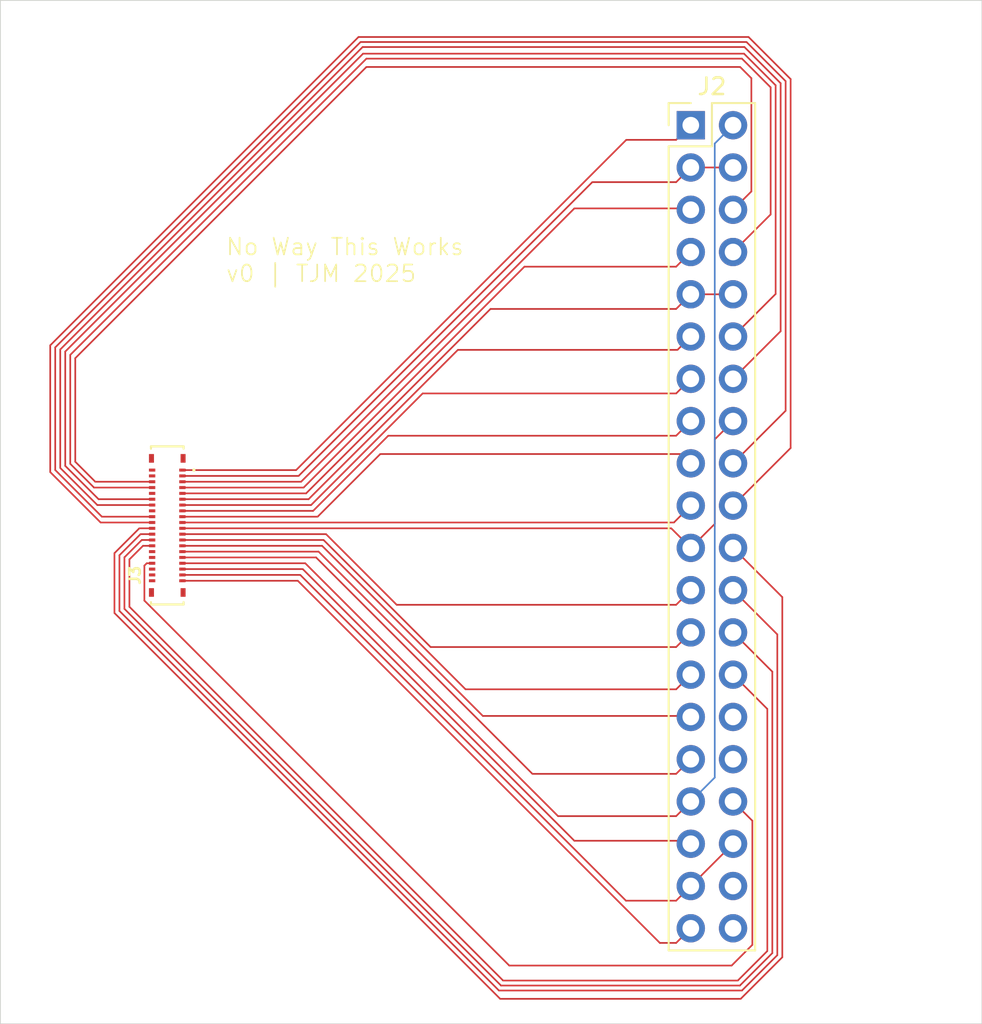
<source format=kicad_pcb>
(kicad_pcb (version 20241229) (generator "pcbnew") (generator_version "9.0")
  (layers (0 "F.Cu" signal) (2 "B.Cu" signal) (13 "F.Paste" user) (15 "B.Paste" user) (5 "F.SilkS" user "F.Silkscreen") (7 "B.SilkS" user "B.Silkscreen") (1 "F.Mask" user) (3 "B.Mask" user) (25 "Edge.Cuts" user))
  (net 0 "")
  (net 1 "/MVDD")
  (net 2 "/CLK_P")
  (net 3 "/GPIO")
  (net 4 "/VREF3")
  (net 5 "/MVSS")
  (net 6 "/RESET")
  (net 7 "/SDA")
  (net 8 "/SCL")
  (net 9 "/DATAP0")
  (net 10 "/ELVDD")
  (net 11 "/VGSP")
  (net 12 "/DATAP3")
  (net 13 "/EN_EXT_VDD")
  (net 14 "/AVDD")
  (net 15 "/RL_SEL")
  (net 16 "/VGMP")
  (net 17 "/VCOM")
  (net 18 "/CLK_N")
  (net 19 "/DATAN3")
  (net 20 "/AVEE")
  (net 21 "/DATAN0")
  (net 22 "/OCP_OUT")
  (net 23 "/DATAN2")
  (net 24 "/IM_0")
  (net 25 "/VREF1")
  (net 26 "/AVSS")
  (net 27 "/EN_AOI")
  (net 28 "/DATAP1")
  (net 29 "/VREF2")
  (net 30 "/OCP_VDD2")
  (net 31 "/DATAP2")
  (net 32 "/DATAN1")
  (net 33 "/VDD")
  (net 34 "/VDDI")
  (footprint "bacon:HRS_BM23PF0.8-40DS-0.35V_51_" (layer "F.Cu") (at 122.03 87.05 90)
    (property "Reference" "J3" (at -3 -1.94 90) (layer "F.SilkS") (effects (font (size 0.629921 0.629921))))
    (property "Value" "BM23PF0.8-40DP-0.35V_51_")
    (fp_line (start 4.75 -0.98) (end 4.61 -0.98) (stroke (width 0.127)) (layer "F.SilkS"))
    (fp_line (start 4.75 -0.98) (end 4.75 0.98) (stroke (width 0.127)) (layer "F.SilkS"))
    (fp_line (start -4.61 -0.98) (end -4.75 -0.98) (stroke (width 0.127)) (layer "F.SilkS"))
    (fp_line (start 4.75 0.98) (end 4.61 0.98) (stroke (width 0.127)) (layer "F.SilkS"))
    (fp_line (start -4.75 0.98) (end -4.75 -0.98) (stroke (width 0.127)) (layer "F.SilkS"))
    (fp_line (start -4.75 0.98) (end -4.61 0.98) (stroke (width 0.127)) (layer "F.SilkS"))
    (fp_circle (center 3.325 1.6) (end 3.375 1.6) (stroke (width 0.1)) (fill no) (layer "F.SilkS"))
    (pad "1" smd rect (at 3.325 0.91 90) (size 0.18 0.38) (layers "F.Cu" "F.Paste") (net 10 "/ELVDD"))
    (pad "2" smd rect (at 3.325 -0.91 90) (size 0.18 0.38) (layers "F.Cu" "F.Paste") (net 17 "/VCOM"))
    (pad "3" smd rect (at 2.975 0.91 90) (size 0.18 0.38) (layers "F.Cu" "F.Paste") (net 5 "/MVSS"))
    (pad "4" smd rect (at 2.975 -0.91 90) (size 0.18 0.38) (layers "F.Cu" "F.Paste") (net 5 "/MVSS"))
    (pad "5" smd rect (at 2.625 0.91 90) (size 0.18 0.38) (layers "F.Cu" "F.Paste") (net 18 "/CLK_N"))
    (pad "6" smd rect (at 2.625 -0.91 90) (size 0.18 0.38) (layers "F.Cu" "F.Paste") (net 28 "/DATAP1"))
    (pad "7" smd rect (at 2.275 0.91 90) (size 0.18 0.38) (layers "F.Cu" "F.Paste") (net 2 "/CLK_P"))
    (pad "8" smd rect (at 2.275 -0.91 90) (size 0.18 0.38) (layers "F.Cu" "F.Paste") (net 32 "/DATAN1"))
    (pad "9" smd rect (at 1.925 0.91 90) (size 0.18 0.38) (layers "F.Cu" "F.Paste") (net 5 "/MVSS"))
    (pad "10" smd rect (at 1.925 -0.91 90) (size 0.18 0.38) (layers "F.Cu" "F.Paste") (net 5 "/MVSS"))
    (pad "11" smd rect (at 1.575 0.91 90) (size 0.18 0.38) (layers "F.Cu" "F.Paste") (net 21 "/DATAN0"))
    (pad "12" smd rect (at 1.575 -0.91 90) (size 0.18 0.38) (layers "F.Cu" "F.Paste") (net 31 "/DATAP2"))
    (pad "13" smd rect (at 1.225 0.91 90) (size 0.18 0.38) (layers "F.Cu" "F.Paste") (net 9 "/DATAP0"))
    (pad "14" smd rect (at 1.225 -0.91 90) (size 0.18 0.38) (layers "F.Cu" "F.Paste") (net 23 "/DATAN2"))
    (pad "15" smd rect (at 0.875 0.91 90) (size 0.18 0.38) (layers "F.Cu" "F.Paste") (net 5 "/MVSS"))
    (pad "16" smd rect (at 0.875 -0.91 90) (size 0.18 0.38) (layers "F.Cu" "F.Paste") (net 13 "/EN_EXT_VDD"))
    (pad "17" smd rect (at 0.525 0.91 90) (size 0.18 0.38) (layers "F.Cu" "F.Paste") (net 19 "/DATAN3"))
    (pad "18" smd rect (at 0.525 -0.91 90) (size 0.18 0.38) (layers "F.Cu" "F.Paste") (net 25 "/VREF1"))
    (pad "19" smd rect (at 0.175 0.91 90) (size 0.18 0.38) (layers "F.Cu" "F.Paste") (net 12 "/DATAP3"))
    (pad "20" smd rect (at 0.175 -0.91 90) (size 0.18 0.38) (layers "F.Cu" "F.Paste") (net 11 "/VGSP"))
    (pad "21" smd rect (at -0.175 0.91 90) (size 0.18 0.38) (layers "F.Cu" "F.Paste") (net 13 "/EN_EXT_VDD"))
    (pad "22" smd rect (at -0.175 -0.91 90) (size 0.18 0.38) (layers "F.Cu" "F.Paste") (net 16 "/VGMP"))
    (pad "23" smd rect (at -0.525 0.91 90) (size 0.18 0.38) (layers "F.Cu" "F.Paste") (net 1 "/MVDD"))
    (pad "24" smd rect (at -0.525 -0.91 90) (size 0.18 0.38) (layers "F.Cu" "F.Paste") (net 4 "/VREF3"))
    (pad "25" smd rect (at -0.875 0.91 90) (size 0.18 0.38) (layers "F.Cu" "F.Paste") (net 27 "/EN_AOI"))
    (pad "26" smd rect (at -0.875 -0.91 90) (size 0.18 0.38) (layers "F.Cu" "F.Paste") (net 29 "/VREF2"))
    (pad "27" smd rect (at -1.225 0.91 90) (size 0.18 0.38) (layers "F.Cu" "F.Paste") (net 24 "/IM_0"))
    (pad "28" smd rect (at -1.225 -0.91 90) (size 0.18 0.38) (layers "F.Cu" "F.Paste") (net 7 "/SDA"))
    (pad "29" smd rect (at -1.575 0.91 90) (size 0.18 0.38) (layers "F.Cu" "F.Paste") (net 6 "/RESET"))
    (pad "30" smd rect (at -1.575 -0.91 90) (size 0.18 0.38) (layers "F.Cu" "F.Paste") (net 8 "/SCL"))
    (pad "31" smd rect (at -1.925 0.91 90) (size 0.18 0.38) (layers "F.Cu" "F.Paste") (net 15 "/RL_SEL"))
    (pad "32" smd rect (at -1.925 -0.91 90) (size 0.18 0.38) (layers "F.Cu" "F.Paste") (net 22 "/OCP_OUT"))
    (pad "33" smd rect (at -2.275 0.91 90) (size 0.18 0.38) (layers "F.Cu" "F.Paste") (net 17 "/VCOM"))
    (pad "34" smd rect (at -2.275 -0.91 90) (size 0.18 0.38) (layers "F.Cu" "F.Paste") (net 3 "/GPIO"))
    (pad "35" smd rect (at -2.625 0.91 90) (size 0.18 0.38) (layers "F.Cu" "F.Paste") (net 30 "/OCP_VDD2"))
    (pad "36" smd rect (at -2.625 -0.91 90) (size 0.18 0.38) (layers "F.Cu" "F.Paste") (net 13 "/EN_EXT_VDD"))
    (pad "37" smd rect (at -2.975 0.91 90) (size 0.18 0.38) (layers "F.Cu" "F.Paste") (net 13 "/EN_EXT_VDD"))
    (pad "38" smd rect (at -2.975 -0.91 90) (size 0.18 0.38) (layers "F.Cu" "F.Paste") (net 26 "/AVSS"))
    (pad "39" smd rect (at -3.325 0.91 90) (size 0.18 0.38) (layers "F.Cu" "F.Paste") (net 20 "/AVEE"))
    (pad "40" smd rect (at -3.325 -0.91 90) (size 0.18 0.38) (layers "F.Cu" "F.Paste") (net 14 "/AVDD"))
    (pad "P1_1" smd rect (at 4.03 0.95 90) (size 0.52 0.3) (layers "F.Cu" "F.Mask" "F.Paste") (net 34 "/VDDI"))
    (pad "P1_2" smd rect (at 4.03 -0.95 90) (size 0.52 0.3) (layers "F.Cu" "F.Mask" "F.Paste"))
    (pad "P2_1" smd rect (at -4.03 0.95 90) (size 0.52 0.3) (layers "F.Cu" "F.Mask" "F.Paste") (net 33 "/VDD"))
    (pad "P2_2" smd rect (at -4.03 -0.95 90) (size 0.52 0.3) (layers "F.Cu" "F.Mask" "F.Paste"))
  )
  (footprint "Connector_PinHeader_2.54mm:PinHeader_2x20_P2.54mm_Vertical" (layer "F.Cu") (at 153.5 63)
    (property "Reference" "J2" (at 1.27 -2.33 0) (layer "F.SilkS"))
    (property "Value" "Conn_02x20_Odd_Even_MountingPin")
    (fp_line (start -1.33 -1.33) (end 0 -1.33) (stroke (width 0.12)) (layer "F.SilkS"))
    (fp_line (start -1.33 0) (end -1.33 -1.33) (stroke (width 0.12)) (layer "F.SilkS"))
    (fp_line (start -1.33 1.27) (end -1.33 49.59) (stroke (width 0.12)) (layer "F.SilkS"))
    (fp_line (start -1.33 1.27) (end 1.27 1.27) (stroke (width 0.12)) (layer "F.SilkS"))
    (fp_line (start -1.33 49.59) (end 3.87 49.59) (stroke (width 0.12)) (layer "F.SilkS"))
    (fp_line (start 1.27 -1.33) (end 3.87 -1.33) (stroke (width 0.12)) (layer "F.SilkS"))
    (fp_line (start 1.27 1.27) (end 1.27 -1.33) (stroke (width 0.12)) (layer "F.SilkS"))
    (fp_line (start 3.87 -1.33) (end 3.87 49.59) (stroke (width 0.12)) (layer "F.SilkS"))
    (pad "1" thru_hole rect (at 0 0) (size 1.7 1.7) (drill 1) (layers "*.Cu" "*.Mask") (net 10 "/ELVDD"))
    (pad "2" thru_hole oval (at 2.54 0) (size 1.7 1.7) (drill 1) (layers "*.Cu" "*.Mask") (net 17 "/VCOM"))
    (pad "3" thru_hole oval (at 0 2.54) (size 1.7 1.7) (drill 1) (layers "*.Cu" "*.Mask") (net 5 "/MVSS"))
    (pad "4" thru_hole oval (at 2.54 2.54) (size 1.7 1.7) (drill 1) (layers "*.Cu" "*.Mask") (net 5 "/MVSS"))
    (pad "5" thru_hole oval (at 0 5.08) (size 1.7 1.7) (drill 1) (layers "*.Cu" "*.Mask") (net 18 "/CLK_N"))
    (pad "6" thru_hole oval (at 2.54 5.08) (size 1.7 1.7) (drill 1) (layers "*.Cu" "*.Mask") (net 28 "/DATAP1"))
    (pad "7" thru_hole oval (at 0 7.62) (size 1.7 1.7) (drill 1) (layers "*.Cu" "*.Mask") (net 2 "/CLK_P"))
    (pad "8" thru_hole oval (at 2.54 7.62) (size 1.7 1.7) (drill 1) (layers "*.Cu" "*.Mask") (net 32 "/DATAN1"))
    (pad "9" thru_hole oval (at 0 10.16) (size 1.7 1.7) (drill 1) (layers "*.Cu" "*.Mask") (net 5 "/MVSS"))
    (pad "10" thru_hole oval (at 2.54 10.16) (size 1.7 1.7) (drill 1) (layers "*.Cu" "*.Mask") (net 5 "/MVSS"))
    (pad "11" thru_hole oval (at 0 12.7) (size 1.7 1.7) (drill 1) (layers "*.Cu" "*.Mask") (net 21 "/DATAN0"))
    (pad "12" thru_hole oval (at 2.54 12.7) (size 1.7 1.7) (drill 1) (layers "*.Cu" "*.Mask") (net 31 "/DATAP2"))
    (pad "13" thru_hole oval (at 0 15.24) (size 1.7 1.7) (drill 1) (layers "*.Cu" "*.Mask") (net 9 "/DATAP0"))
    (pad "14" thru_hole oval (at 2.54 15.24) (size 1.7 1.7) (drill 1) (layers "*.Cu" "*.Mask") (net 23 "/DATAN2"))
    (pad "15" thru_hole oval (at 0 17.78) (size 1.7 1.7) (drill 1) (layers "*.Cu" "*.Mask") (net 5 "/MVSS"))
    (pad "16" thru_hole oval (at 2.54 17.78) (size 1.7 1.7) (drill 1) (layers "*.Cu" "*.Mask") (net 13 "/EN_EXT_VDD"))
    (pad "17" thru_hole oval (at 0 20.32) (size 1.7 1.7) (drill 1) (layers "*.Cu" "*.Mask") (net 19 "/DATAN3"))
    (pad "18" thru_hole oval (at 2.54 20.32) (size 1.7 1.7) (drill 1) (layers "*.Cu" "*.Mask") (net 25 "/VREF1"))
    (pad "19" thru_hole oval (at 0 22.86) (size 1.7 1.7) (drill 1) (layers "*.Cu" "*.Mask") (net 12 "/DATAP3"))
    (pad "20" thru_hole oval (at 2.54 22.86) (size 1.7 1.7) (drill 1) (layers "*.Cu" "*.Mask") (net 11 "/VGSP"))
    (pad "21" thru_hole oval (at 0 25.4) (size 1.7 1.7) (drill 1) (layers "*.Cu" "*.Mask") (net 13 "/EN_EXT_VDD"))
    (pad "22" thru_hole oval (at 2.54 25.4) (size 1.7 1.7) (drill 1) (layers "*.Cu" "*.Mask") (net 16 "/VGMP"))
    (pad "23" thru_hole oval (at 0 27.94) (size 1.7 1.7) (drill 1) (layers "*.Cu" "*.Mask") (net 1 "/MVDD"))
    (pad "24" thru_hole oval (at 2.54 27.94) (size 1.7 1.7) (drill 1) (layers "*.Cu" "*.Mask") (net 4 "/VREF3"))
    (pad "25" thru_hole oval (at 0 30.48) (size 1.7 1.7) (drill 1) (layers "*.Cu" "*.Mask") (net 27 "/EN_AOI"))
    (pad "26" thru_hole oval (at 2.54 30.48) (size 1.7 1.7) (drill 1) (layers "*.Cu" "*.Mask") (net 29 "/VREF2"))
    (pad "27" thru_hole oval (at 0 33.02) (size 1.7 1.7) (drill 1) (layers "*.Cu" "*.Mask") (net 24 "/IM_0"))
    (pad "28" thru_hole oval (at 2.54 33.02) (size 1.7 1.7) (drill 1) (layers "*.Cu" "*.Mask") (net 7 "/SDA"))
    (pad "29" thru_hole oval (at 0 35.56) (size 1.7 1.7) (drill 1) (layers "*.Cu" "*.Mask") (net 6 "/RESET"))
    (pad "30" thru_hole oval (at 2.54 35.56) (size 1.7 1.7) (drill 1) (layers "*.Cu" "*.Mask") (net 8 "/SCL"))
    (pad "31" thru_hole oval (at 0 38.1) (size 1.7 1.7) (drill 1) (layers "*.Cu" "*.Mask") (net 15 "/RL_SEL"))
    (pad "32" thru_hole oval (at 2.54 38.1) (size 1.7 1.7) (drill 1) (layers "*.Cu" "*.Mask") (net 22 "/OCP_OUT"))
    (pad "33" thru_hole oval (at 0 40.64) (size 1.7 1.7) (drill 1) (layers "*.Cu" "*.Mask") (net 17 "/VCOM"))
    (pad "34" thru_hole oval (at 2.54 40.64) (size 1.7 1.7) (drill 1) (layers "*.Cu" "*.Mask") (net 3 "/GPIO"))
    (pad "35" thru_hole oval (at 0 43.18) (size 1.7 1.7) (drill 1) (layers "*.Cu" "*.Mask") (net 30 "/OCP_VDD2"))
    (pad "36" thru_hole oval (at 2.54 43.18) (size 1.7 1.7) (drill 1) (layers "*.Cu" "*.Mask") (net 13 "/EN_EXT_VDD"))
    (pad "37" thru_hole oval (at 0 45.72) (size 1.7 1.7) (drill 1) (layers "*.Cu" "*.Mask") (net 13 "/EN_EXT_VDD"))
    (pad "38" thru_hole oval (at 2.54 45.72) (size 1.7 1.7) (drill 1) (layers "*.Cu" "*.Mask") (net 26 "/AVSS"))
    (pad "39" thru_hole oval (at 0 48.26) (size 1.7 1.7) (drill 1) (layers "*.Cu" "*.Mask") (net 20 "/AVEE"))
    (pad "40" thru_hole oval (at 2.54 48.26) (size 1.7 1.7) (drill 1) (layers "*.Cu" "*.Mask") (net 14 "/AVDD"))
  )
  (gr_rect (start 112 55.5) (end 171 117) (stroke (width 0.05)) (fill no) (layer "Edge.Cuts"))
  (gr_text "No Way This Works\nv0 | TJM 2025" (at 125.5 72.5 0) (layer "F.SilkS") (effects (font (size 1 1) (thickness 0.1)) (justify left bottom)))
  (segment (start 135.82 91.82) (end 152.62 91.82) (width 0.1) (layer "F.Cu") (net 1))
  (segment (start 122.94 87.575) (end 131.575 87.575) (width 0.1) (layer "F.Cu") (net 1))
  (segment (start 152.62 91.82) (end 153.5 90.94) (width 0.1) (layer "F.Cu") (net 1))
  (segment (start 131.575 87.575) (end 135.82 91.82) (width 0.1) (layer "F.Cu") (net 1))
  (segment (start 130.225 84.775) (end 143.5 71.5) (width 0.1) (layer "F.Cu") (net 2))
  (segment (start 152.62 71.5) (end 153.5 70.62) (width 0.1) (layer "F.Cu") (net 2))
  (segment (start 122.94 84.775) (end 130.225 84.775) (width 0.1) (layer "F.Cu") (net 2))
  (segment (start 143.5 71.5) (end 152.62 71.5) (width 0.1) (layer "F.Cu") (net 2))
  (segment (start 120.79632 89.325) (end 121.12 89.325) (width 0.1) (layer "F.Cu") (net 3))
  (segment (start 120.655 89.46632) (end 120.79632 89.325) (width 0.1) (layer "F.Cu") (net 3))
  (segment (start 120.655 91.567) (end 120.655 89.46632) (width 0.1) (layer "F.Cu") (net 3))
  (segment (start 142.588 113.5) (end 120.655 91.567) (width 0.1) (layer "F.Cu") (net 3))
  (segment (start 155.954416 113.5) (end 142.588 113.5) (width 0.1) (layer "F.Cu") (net 3))
  (segment (start 157.201 112.253416) (end 155.954416 113.5) (width 0.1) (layer "F.Cu") (net 3))
  (segment (start 157.201 104.801) (end 157.201 112.253416) (width 0.1) (layer "F.Cu") (net 3))
  (segment (start 156.04 103.64) (end 157.201 104.801) (width 0.1) (layer "F.Cu") (net 3))
  (segment (start 141.96668 115) (end 156.575736 115) (width 0.1) (layer "F.Cu") (net 4))
  (segment (start 121.12 87.575) (end 120.423586 87.575) (width 0.1) (layer "F.Cu") (net 4))
  (segment (start 156.575736 115) (end 158.701 112.874736) (width 0.1) (layer "F.Cu") (net 4))
  (segment (start 119.155 88.843586) (end 119.155 92.18832) (width 0.1) (layer "F.Cu") (net 4))
  (segment (start 158.701 93.601) (end 156.04 90.94) (width 0.1) (layer "F.Cu") (net 4))
  (segment (start 120.423586 87.575) (end 119.155 88.843586) (width 0.1) (layer "F.Cu") (net 4))
  (segment (start 119.155 92.18832) (end 141.96668 115) (width 0.1) (layer "F.Cu") (net 4))
  (segment (start 158.701 112.874736) (end 158.701 93.601) (width 0.1) (layer "F.Cu") (net 4))
  (segment (start 130.375 85.125) (end 141.46 74.04) (width 0.1) (layer "F.Cu") (net 5))
  (segment (start 152.62 81.66) (end 153.5 80.78) (width 0.1) (layer "F.Cu") (net 5))
  (segment (start 122.94 86.175) (end 130.797578 86.175) (width 0.1) (layer "F.Cu") (net 5))
  (segment (start 129.925 84.075) (end 147.58 66.42) (width 0.1) (layer "F.Cu") (net 5))
  (segment (start 130.797578 86.175) (end 135.312578 81.66) (width 0.1) (layer "F.Cu") (net 5))
  (segment (start 135.312578 81.66) (end 152.62 81.66) (width 0.1) (layer "F.Cu") (net 5))
  (segment (start 152.62 66.42) (end 153.5 65.54) (width 0.1) (layer "F.Cu") (net 5))
  (segment (start 122.94 85.125) (end 130.375 85.125) (width 0.1) (layer "F.Cu") (net 5))
  (segment (start 141.46 74.04) (end 152.62 74.04) (width 0.1) (layer "F.Cu") (net 5))
  (segment (start 122.94 84.075) (end 129.925 84.075) (width 0.1) (layer "F.Cu") (net 5))
  (segment (start 153.5 65.54) (end 156.04 65.54) (width 0.1) (layer "F.Cu") (net 5))
  (segment (start 153.5 73.16) (end 156.04 73.16) (width 0.1) (layer "F.Cu") (net 5))
  (segment (start 147.58 66.42) (end 152.62 66.42) (width 0.1) (layer "F.Cu") (net 5))
  (segment (start 152.62 74.04) (end 153.5 73.16) (width 0.1) (layer "F.Cu") (net 5))
  (segment (start 141 98.5) (end 153.44 98.5) (width 0.1) (layer "F.Cu") (net 6))
  (segment (start 122.94 88.625) (end 131.125 88.625) (width 0.1) (layer "F.Cu") (net 6))
  (segment (start 131.125 88.625) (end 141 98.5) (width 0.1) (layer "F.Cu") (net 6))
  (segment (start 153.44 98.5) (end 153.5 98.56) (width 0.1) (layer "F.Cu") (net 6))
  (segment (start 156.327208 114.4) (end 142.215208 114.4) (width 0.1) (layer "F.Cu") (net 7))
  (segment (start 120.572114 88.275) (end 121.12 88.275) (width 0.1) (layer "F.Cu") (net 7))
  (segment (start 119.755 91.939792) (end 119.755 89.092114) (width 0.1) (layer "F.Cu") (net 7))
  (segment (start 142.215208 114.4) (end 119.755 91.939792) (width 0.1) (layer "F.Cu") (net 7))
  (segment (start 156.04 96.02) (end 158.101 98.081) (width 0.1) (layer "F.Cu") (net 7))
  (segment (start 158.101 98.081) (end 158.101 112.626208) (width 0.1) (layer "F.Cu") (net 7))
  (segment (start 158.101 112.626208) (end 156.327208 114.4) (width 0.1) (layer "F.Cu") (net 7))
  (segment (start 119.755 89.092114) (end 120.572114 88.275) (width 0.1) (layer "F.Cu") (net 7))
  (segment (start 130.675 85.825) (end 137.38 79.12) (width 0.1) (layer "F.Cu") (net 9))
  (segment (start 152.62 79.12) (end 153.5 78.24) (width 0.1) (layer "F.Cu") (net 9))
  (segment (start 122.94 85.825) (end 130.675 85.825) (width 0.1) (layer "F.Cu") (net 9))
  (segment (start 137.38 79.12) (end 152.62 79.12) (width 0.1) (layer "F.Cu") (net 9))
  (segment (start 129.775 83.725) (end 149.62 63.88) (width 0.1) (layer "F.Cu") (net 10))
  (segment (start 122.94 83.725) (end 129.775 83.725) (width 0.1) (layer "F.Cu") (net 10))
  (segment (start 152.62 63.88) (end 153.5 63) (width 0.1) (layer "F.Cu") (net 10))
  (segment (start 149.62 63.88) (end 152.62 63.88) (width 0.1) (layer "F.Cu") (net 10))
  (segment (start 156.971788 57.699) (end 133.523966 57.699) (width 0.1) (layer "F.Cu") (net 11))
  (segment (start 156.04 85.86) (end 159.5 82.4) (width 0.1) (layer "F.Cu") (net 11))
  (segment (start 159.5 82.4) (end 159.5 60.227212) (width 0.1) (layer "F.Cu") (net 11))
  (segment (start 159.5 60.227212) (end 156.971788 57.699) (width 0.1) (layer "F.Cu") (net 11))
  (segment (start 114.995 83.846356) (end 118.023644 86.875) (width 0.1) (layer "F.Cu") (net 11))
  (segment (start 114.995 76.227966) (end 114.995 83.846356) (width 0.1) (layer "F.Cu") (net 11))
  (segment (start 133.523966 57.699) (end 114.995 76.227966) (width 0.1) (layer "F.Cu") (net 11))
  (segment (start 118.023644 86.875) (end 121.12 86.875) (width 0.1) (layer "F.Cu") (net 11))
  (segment (start 122.94 86.875) (end 152.485 86.875) (width 0.1) (layer "F.Cu") (net 12))
  (segment (start 152.485 86.875) (end 153.5 85.86) (width 0.1) (layer "F.Cu") (net 12))
  (segment (start 152.325 87.225) (end 153.5 88.4) (width 0.1) (layer "F.Cu") (net 13))
  (segment (start 154.939 86.961) (end 153.5 88.4) (width 0.1) (layer "F.Cu") (net 13))
  (segment (start 122.94 90.025) (end 130.025 90.025) (width 0.1) (layer "F.Cu") (net 13))
  (segment (start 154.939 81.881) (end 154.939 86.961) (width 0.1) (layer "F.Cu") (net 13))
  (segment (start 152.62 109.6) (end 153.5 108.72) (width 0.1) (layer "F.Cu") (net 13))
  (segment (start 153.5 108.72) (end 156.04 106.18) (width 0.1) (layer "F.Cu") (net 13))
  (segment (start 156.04 80.78) (end 154.939 81.881) (width 0.1) (layer "F.Cu") (net 13))
  (segment (start 122.94 87.225) (end 152.325 87.225) (width 0.1) (layer "F.Cu") (net 13))
  (segment (start 149.6 109.6) (end 152.62 109.6) (width 0.1) (layer "F.Cu") (net 13))
  (segment (start 130.025 90.025) (end 149.6 109.6) (width 0.1) (layer "F.Cu") (net 13))
  (segment (start 143.98 101.98) (end 152.62 101.98) (width 0.1) (layer "F.Cu") (net 15))
  (segment (start 122.94 88.975) (end 130.975 88.975) (width 0.1) (layer "F.Cu") (net 15))
  (segment (start 130.975 88.975) (end 143.98 101.98) (width 0.1) (layer "F.Cu") (net 15))
  (segment (start 152.62 101.98) (end 153.5 101.1) (width 0.1) (layer "F.Cu") (net 15))
  (segment (start 159.001 112.999) (end 156.5 115.5) (width 0.1) (layer "F.Cu") (net 16))
  (segment (start 156.5 115.5) (end 142.041002 115.5) (width 0.1) (layer "F.Cu") (net 16))
  (segment (start 159.001 91.361) (end 159.001 112.999) (width 0.1) (layer "F.Cu") (net 16))
  (segment (start 156.04 88.4) (end 159.001 91.361) (width 0.1) (layer "F.Cu") (net 16))
  (segment (start 118.855 88.717908) (end 120.347908 87.225) (width 0.1) (layer "F.Cu") (net 16))
  (segment (start 120.347908 87.225) (end 121.12 87.225) (width 0.1) (layer "F.Cu") (net 16))
  (segment (start 142.041002 115.5) (end 118.855 92.313998) (width 0.1) (layer "F.Cu") (net 16))
  (segment (start 118.855 92.313998) (end 118.855 88.717908) (width 0.1) (layer "F.Cu") (net 16))
  (segment (start 152.62 104.52) (end 153.5 103.64) (width 0.1) (layer "F.Cu") (net 17))
  (segment (start 122.94 89.325) (end 130.325 89.325) (width 0.1) (layer "F.Cu") (net 17))
  (segment (start 145.52 104.52) (end 152.62 104.52) (width 0.1) (layer "F.Cu") (net 17))
  (segment (start 130.325 89.325) (end 145.52 104.52) (width 0.1) (layer "F.Cu") (net 17))
  (segment (start 156.04 63) (end 154.939 64.101) (width 0.1) (layer "B.Cu") (net 17))
  (segment (start 154.939 64.101) (end 154.939 102.201) (width 0.1) (layer "B.Cu") (net 17))
  (segment (start 154.939 102.201) (end 153.5 103.64) (width 0.1) (layer "B.Cu") (net 17))
  (segment (start 153.42 68) (end 153.5 68.08) (width 0.1) (layer "F.Cu") (net 18))
  (segment (start 122.94 84.425) (end 130.075 84.425) (width 0.1) (layer "F.Cu") (net 18))
  (segment (start 146.5 68) (end 153.42 68) (width 0.1) (layer "F.Cu") (net 18))
  (segment (start 130.075 84.425) (end 146.5 68) (width 0.1) (layer "F.Cu") (net 18))
  (segment (start 131.069084 86.525) (end 134.833084 82.761) (width 0.1) (layer "F.Cu") (net 19))
  (segment (start 152.941 82.761) (end 153.5 83.32) (width 0.1) (layer "F.Cu") (net 19))
  (segment (start 134.833084 82.761) (end 152.941 82.761) (width 0.1) (layer "F.Cu") (net 19))
  (segment (start 122.94 86.525) (end 131.069084 86.525) (width 0.1) (layer "F.Cu") (net 19))
  (segment (start 152.62 112.14) (end 153.5 111.26) (width 0.1) (layer "F.Cu") (net 20))
  (segment (start 129.875 90.375) (end 151.64 112.14) (width 0.1) (layer "F.Cu") (net 20))
  (segment (start 151.64 112.14) (end 152.62 112.14) (width 0.1) (layer "F.Cu") (net 20))
  (segment (start 122.94 90.375) (end 129.875 90.375) (width 0.1) (layer "F.Cu") (net 20))
  (segment (start 139.5 76.5) (end 152.7 76.5) (width 0.1) (layer "F.Cu") (net 21))
  (segment (start 122.94 85.475) (end 130.525 85.475) (width 0.1) (layer "F.Cu") (net 21))
  (segment (start 130.525 85.475) (end 139.5 76.5) (width 0.1) (layer "F.Cu") (net 21))
  (segment (start 152.7 76.5) (end 153.5 75.7) (width 0.1) (layer "F.Cu") (net 21))
  (segment (start 133.773322 58.301) (end 115.597 76.477322) (width 0.1) (layer "F.Cu") (net 23))
  (segment (start 156.04 78.24) (end 158.899 75.381) (width 0.1) (layer "F.Cu") (net 23))
  (segment (start 158.899 60.476154) (end 156.723846 58.301) (width 0.1) (layer "F.Cu") (net 23))
  (segment (start 117.825002 85.825) (end 121.12 85.825) (width 0.1) (layer "F.Cu") (net 23))
  (segment (start 115.597 83.597) (end 117.825002 85.825) (width 0.1) (layer "F.Cu") (net 23))
  (segment (start 115.597 76.477322) (end 115.597 83.597) (width 0.1) (layer "F.Cu") (net 23))
  (segment (start 156.723846 58.301) (end 133.773322 58.301) (width 0.1) (layer "F.Cu") (net 23))
  (segment (start 158.899 75.381) (end 158.899 60.476154) (width 0.1) (layer "F.Cu") (net 23))
  (segment (start 139.959664 96.9) (end 152.62 96.9) (width 0.1) (layer "F.Cu") (net 24))
  (segment (start 122.94 88.275) (end 131.334664 88.275) (width 0.1) (layer "F.Cu") (net 24))
  (segment (start 131.334664 88.275) (end 139.959664 96.9) (width 0.1) (layer "F.Cu") (net 24))
  (segment (start 152.62 96.9) (end 153.5 96.02) (width 0.1) (layer "F.Cu") (net 24))
  (segment (start 156.04 83.32) (end 159.2 80.16) (width 0.1) (layer "F.Cu") (net 25))
  (segment (start 156.848524 58) (end 133.648644 58) (width 0.1) (layer "F.Cu") (net 25))
  (segment (start 118.099324 86.525) (end 121.12 86.525) (width 0.1) (layer "F.Cu") (net 25))
  (segment (start 159.2 60.351476) (end 156.848524 58) (width 0.1) (layer "F.Cu") (net 25))
  (segment (start 115.296 76.352644) (end 115.296 83.721678) (width 0.1) (layer "F.Cu") (net 25))
  (segment (start 133.648644 58) (end 115.296 76.352644) (width 0.1) (layer "F.Cu") (net 25))
  (segment (start 115.296 83.721678) (end 118.099324 86.525) (width 0.1) (layer "F.Cu") (net 25))
  (segment (start 159.2 80.16) (end 159.2 60.351476) (width 0.1) (layer "F.Cu") (net 25))
  (segment (start 122.94 87.925) (end 131.425 87.925) (width 0.1) (layer "F.Cu") (net 27))
  (segment (start 137.86 94.36) (end 152.62 94.36) (width 0.1) (layer "F.Cu") (net 27))
  (segment (start 131.425 87.925) (end 137.86 94.36) (width 0.1) (layer "F.Cu") (net 27))
  (segment (start 152.62 94.36) (end 153.5 93.48) (width 0.1) (layer "F.Cu") (net 27))
  (segment (start 134 59.5) (end 116.5 77) (width 0.1) (layer "F.Cu") (net 28))
  (segment (start 156.04 68.08) (end 157.141 66.979) (width 0.1) (layer "F.Cu") (net 28))
  (segment (start 157.141 66.979) (end 157.141 60.17671) (width 0.1) (layer "F.Cu") (net 28))
  (segment (start 156.46429 59.5) (end 134 59.5) (width 0.1) (layer "F.Cu") (net 28))
  (segment (start 116.5 83.222966) (end 117.702034 84.425) (width 0.1) (layer "F.Cu") (net 28))
  (segment (start 117.702034 84.425) (end 121.12 84.425) (width 0.1) (layer "F.Cu") (net 28))
  (segment (start 157.141 60.17671) (end 156.46429 59.5) (width 0.1) (layer "F.Cu") (net 28))
  (segment (start 116.5 77) (end 116.5 83.222966) (width 0.1) (layer "F.Cu") (net 28))
  (segment (start 158.401 95.841) (end 158.401 112.750472) (width 0.1) (layer "F.Cu") (net 29))
  (segment (start 142.090944 114.7) (end 119.455 92.064056) (width 0.1) (layer "F.Cu") (net 29))
  (segment (start 156.451472 114.7) (end 142.090944 114.7) (width 0.1) (layer "F.Cu") (net 29))
  (segment (start 119.455 88.96785) (end 120.49785 87.925) (width 0.1) (layer "F.Cu") (net 29))
  (segment (start 156.04 93.48) (end 158.401 95.841) (width 0.1) (layer "F.Cu") (net 29))
  (segment (start 120.49785 87.925) (end 121.12 87.925) (width 0.1) (layer "F.Cu") (net 29))
  (segment (start 158.401 112.750472) (end 156.451472 114.7) (width 0.1) (layer "F.Cu") (net 29))
  (segment (start 119.455 92.064056) (end 119.455 88.96785) (width 0.1) (layer "F.Cu") (net 29))
  (segment (start 146.5 106) (end 153.32 106) (width 0.1) (layer "F.Cu") (net 30))
  (segment (start 122.94 89.675) (end 130.175 89.675) (width 0.1) (layer "F.Cu") (net 30))
  (segment (start 153.32 106) (end 153.5 106.18) (width 0.1) (layer "F.Cu") (net 30))
  (segment (start 130.175 89.675) (end 146.5 106) (width 0.1) (layer "F.Cu") (net 30))
  (segment (start 133.801 58.699) (end 115.898 76.602) (width 0.1) (layer "F.Cu") (net 31))
  (segment (start 117.900676 85.475) (end 121.12 85.475) (width 0.1) (layer "F.Cu") (net 31))
  (segment (start 115.898 76.602) (end 115.898 83.472324) (width 0.1) (layer "F.Cu") (net 31))
  (segment (start 158.599 73.141) (end 158.599 60.600418) (width 0.1) (layer "F.Cu") (net 31))
  (segment (start 156.697582 58.699) (end 133.801 58.699) (width 0.1) (layer "F.Cu") (net 31))
  (segment (start 158.599 60.600418) (end 156.697582 58.699) (width 0.1) (layer "F.Cu") (net 31))
  (segment (start 156.04 75.7) (end 158.599 73.141) (width 0.1) (layer "F.Cu") (net 31))
  (segment (start 115.898 83.472324) (end 117.900676 85.475) (width 0.1) (layer "F.Cu") (net 31))
  (segment (start 117.626356 84.775) (end 121.12 84.775) (width 0.1) (layer "F.Cu") (net 32))
  (segment (start 158.299 60.724682) (end 156.574318 59) (width 0.1) (layer "F.Cu") (net 32))
  (segment (start 116.199 83.347644) (end 117.626356 84.775) (width 0.1) (layer "F.Cu") (net 32))
  (segment (start 156.574318 59) (end 134 59) (width 0.1) (layer "F.Cu") (net 32))
  (segment (start 116.199 76.801) (end 116.199 83.347644) (width 0.1) (layer "F.Cu") (net 32))
  (segment (start 158.299 68.361) (end 158.299 60.724682) (width 0.1) (layer "F.Cu") (net 32))
  (segment (start 156.04 70.62) (end 158.299 68.361) (width 0.1) (layer "F.Cu") (net 32))
  (segment (start 134 59) (end 116.199 76.801) (width 0.1) (layer "F.Cu") (net 32))
)
</source>
